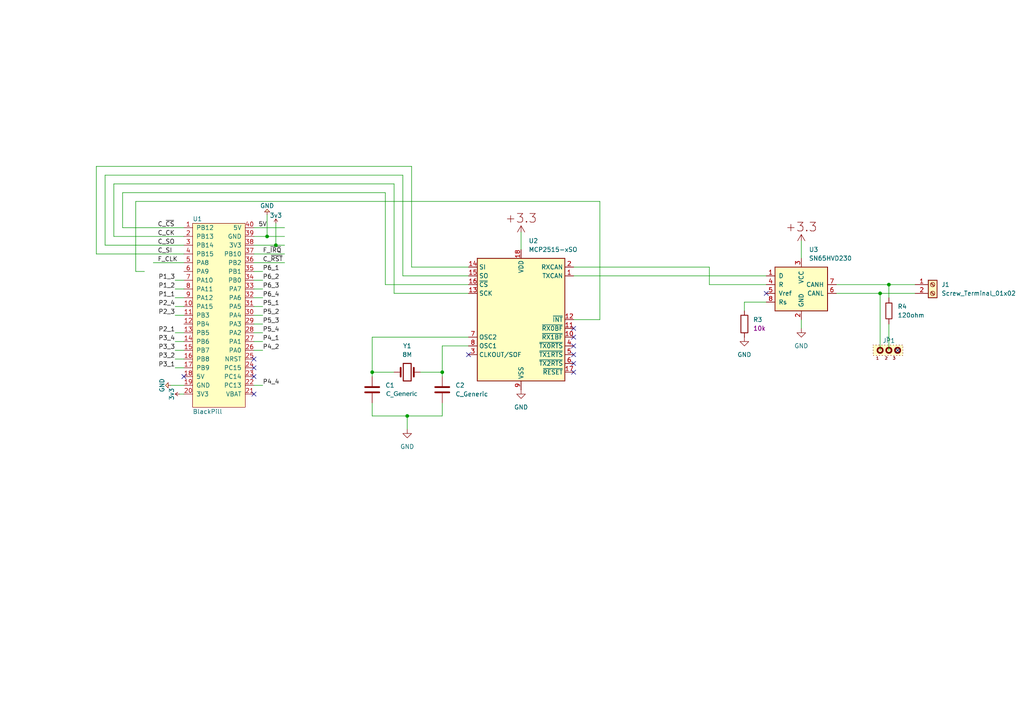
<source format=kicad_sch>
(kicad_sch (version 20231120) (generator "eeschema") (generator_version "8.0")
  (paper "A4")
  (title_block (date "2025-01-29") (rev "STM32-CAN"))
  (lib_symbols
    (symbol "Connector:Screw_Terminal_01x02" (pin_names (offset 1.016) hide)
      (property "Reference" "J" (at 0 2.54 0))
      (property "Value" "Screw_Terminal_01x02" (at 0 -5.08 0))
      (symbol "Screw_Terminal_01x02_1_1"
        (rectangle (start -1.27 1.27) (end 1.27 -3.81) (stroke (width 0.254)) (fill (type background)))
        (circle (center 0 -2.54) (radius 0.635) (stroke (width 0.1524)))
        (polyline (pts (xy -0.5334 -2.2098) (xy 0.3302 -3.048)) (stroke (width 0.1524)))
        (polyline (pts (xy -0.5334 0.3302) (xy 0.3302 -0.508)) (stroke (width 0.1524)))
        (polyline (pts (xy -0.3556 -2.032) (xy 0.508 -2.8702)) (stroke (width 0.1524)))
        (polyline (pts (xy -0.3556 0.508) (xy 0.508 -0.3302)) (stroke (width 0.1524)))
        (circle (center 0 0) (radius 0.635) (stroke (width 0.1524)))
        (pin passive line (at -5.08 0 0) (length 3.81) (name "Pin_1") (number "1"))
        (pin passive line (at -5.08 -2.54 0) (length 3.81) (name "Pin_2") (number "2"))
      )
    )
    (symbol "Device:Crystal" (pin_numbers hide) (pin_names (offset 1.016) hide)
      (property "Reference" "Y" (at 0 3.81 0))
      (property "Value" "Crystal" (at 0 -3.81 0))
      (symbol "Crystal_0_1"
        (rectangle (start -1.143 2.54) (end 1.143 -2.54) (stroke (width 0.3048)))
        (polyline (pts (xy -2.54 0) (xy -1.905 0)))
        (polyline (pts (xy -1.905 -1.27) (xy -1.905 1.27)) (stroke (width 0.508)))
        (polyline (pts (xy 1.905 -1.27) (xy 1.905 1.27)) (stroke (width 0.508)))
        (polyline (pts (xy 2.54 0) (xy 1.905 0)))
      )
      (symbol "Crystal_1_1"
        (pin passive line (at -3.81 0 0) (length 1.27) (name "1") (number "1"))
        (pin passive line (at 3.81 0 180) (length 1.27) (name "2") (number "2"))
      )
    )
    (symbol "GND_1" (power) (pin_numbers hide) (pin_names (offset 0) hide)
      (property "Value" "GND" (at 0 -3.81 0))
      (symbol "GND_1_0_1"
        (polyline (pts (xy 0 0) (xy 0 -1.27) (xy 1.27 -1.27) (xy 0 -2.54) (xy -1.27 -1.27) (xy 0 -1.27)))
      )
      (symbol "GND_1_1_1"
        (pin power_in line (at 0 0 270) (length 0) (name "~") (number "1"))
      )
    )
    (symbol "Interface_CAN_LIN:MCP2515-xSO"
      (property "Reference" "U" (at -10.16 19.685 0))
      (property "Value" "MCP2515-xSO" (at 19.05 20.32 0))
      (symbol "MCP2515-xSO_0_1"
        (rectangle (start -12.7 17.78) (end 12.7 -17.78) (stroke (width 0.254)) (fill (type background)))
      )
      (symbol "MCP2515-xSO_1_1"
        (pin output line (at 15.24 12.7 180) (length 2.54) (name "TXCAN") (number "1"))
        (pin output line (at 15.24 -5.08 180) (length 2.54) (name "~{RX1BF}") (number "10"))
        (pin output line (at 15.24 -2.54 180) (length 2.54) (name "~{RX0BF}") (number "11"))
        (pin output line (at 15.24 0 180) (length 2.54) (name "~{INT}") (number "12"))
        (pin input line (at -15.24 7.62 0) (length 2.54) (name "SCK") (number "13"))
        (pin input line (at -15.24 15.24 0) (length 2.54) (name "SI") (number "14"))
        (pin output line (at -15.24 12.7 0) (length 2.54) (name "SO") (number "15"))
        (pin input line (at -15.24 10.16 0) (length 2.54) (name "~{CS}") (number "16"))
        (pin input line (at 15.24 -15.24 180) (length 2.54) (name "~{RESET}") (number "17"))
        (pin power_in line (at 0 20.32 270) (length 2.54) (name "VDD") (number "18"))
        (pin input line (at 15.24 15.24 180) (length 2.54) (name "RXCAN") (number "2"))
        (pin output line (at -15.24 -10.16 0) (length 2.54) (name "CLKOUT/SOF") (number "3"))
        (pin input line (at 15.24 -7.62 180) (length 2.54) (name "~{TX0RTS}") (number "4"))
        (pin input line (at 15.24 -10.16 180) (length 2.54) (name "~{TX1RTS}") (number "5"))
        (pin input line (at 15.24 -12.7 180) (length 2.54) (name "~{TX2RTS}") (number "6"))
        (pin output line (at -15.24 -5.08 0) (length 2.54) (name "OSC2") (number "7"))
        (pin input line (at -15.24 -7.62 0) (length 2.54) (name "OSC1") (number "8"))
        (pin power_in line (at 0 -20.32 90) (length 2.54) (name "VSS") (number "9"))
      )
    )
    (symbol "Interface_CAN_LIN:SN65HVD230" (pin_names (offset 1.016))
      (property "Reference" "U" (at -2.54 10.16 0))
      (property "Value" "SN65HVD230" (at -2.54 7.62 0))
      (symbol "SN65HVD230_0_1"
        (rectangle (start -7.62 5.08) (end 7.62 -7.62) (stroke (width 0.254)) (fill (type background)))
      )
      (symbol "SN65HVD230_1_1"
        (pin input line (at -10.16 2.54 0) (length 2.54) (name "D") (number "1"))
        (pin power_in line (at 0 -10.16 90) (length 2.54) (name "GND") (number "2"))
        (pin power_in line (at 0 7.62 270) (length 2.54) (name "VCC") (number "3"))
        (pin output line (at -10.16 0 0) (length 2.54) (name "R") (number "4"))
        (pin output line (at -10.16 -2.54 0) (length 2.54) (name "Vref") (number "5"))
        (pin bidirectional line (at 10.16 -2.54 180) (length 2.54) (name "CANL") (number "6"))
        (pin bidirectional line (at 10.16 0 180) (length 2.54) (name "CANH") (number "7"))
        (pin input line (at -10.16 -5.08 0) (length 2.54) (name "Rs") (number "8"))
      )
    )
    (symbol "PCM_4ms_Resistor:10k_0402" (pin_numbers hide) (pin_names (offset 0))
      (property "Reference" "R" (at 2.032 0 90))
      (property "Display" "10k" (at 3.81 0 90))
      (symbol "10k_0402_0_1"
        (rectangle (start -1.016 -2.54) (end 1.016 2.54) (stroke (width 0.254)))
      )
      (symbol "10k_0402_1_1"
        (pin passive line (at 0 3.81 270) (length 1.27) (name "~") (number "1"))
        (pin passive line (at 0 -3.81 90) (length 1.27) (name "~") (number "2"))
      )
    )
    (symbol "PCM_Capacitor_AKL:C_Generic" (pin_numbers hide) (pin_names (offset 0.254))
      (property "Reference" "C" (at 3.175 1.27 0))
      (property "Value" "C_Generic" (at 3.175 -1.27 0))
      (symbol "C_Generic_0_1"
        (polyline (pts (xy -2.032 -0.762) (xy 2.032 -0.762)) (stroke (width 0.508)))
        (polyline (pts (xy -2.032 0.762) (xy 2.032 0.762)) (stroke (width 0.508)))
      )
      (symbol "C_Generic_0_2"
        (polyline (pts (xy -2.54 -2.54) (xy -0.381 -0.381)))
        (polyline (pts (xy -0.508 -0.508) (xy -1.651 0.635)) (stroke (width 0.508)))
        (polyline (pts (xy -0.508 -0.508) (xy 0.635 -1.651)) (stroke (width 0.508)))
        (polyline (pts (xy 0.381 0.381) (xy 2.54 2.54)))
        (polyline (pts (xy 0.508 0.508) (xy -0.635 1.651)) (stroke (width 0.508)))
        (polyline (pts (xy 0.508 0.508) (xy 1.651 -0.635)) (stroke (width 0.508)))
      )
      (symbol "C_Generic_1_1"
        (pin passive line (at 0 3.81 270) (length 2.794) (name "~") (number "1"))
        (pin passive line (at 0 -3.81 90) (length 2.794) (name "~") (number "2"))
      )
      (symbol "C_Generic_1_2"
        (pin passive line (at 2.54 2.54 270) (length 0) (name "~") (number "1"))
        (pin passive line (at -2.54 -2.54 90) (length 0) (name "~") (number "2"))
      )
    )
    (symbol "PCM_Generic:P,+3.3" (power) (pin_numbers hide) (pin_names (offset 1.27) hide)
      (symbol "P,+3.3_1_1"
        (polyline (pts (xy 0 0) (xy 0 1.8288)))
        (polyline (pts (xy -1.0668 0) (xy 0 1.8288) (xy 1.0668 0)))
        (text "+3.3" (at 0 2.54 0) (effects (font (size 2.54 2.54)) (justify bottom)))
        (pin power_in line (at 0 0 0) (length 0) hide (name "+3.3") (number "0"))
      )
    )
    (symbol "PCM_Nuova-Elettronica-Jumpers:Jumper_3_Unbridged" (pin_numbers hide)
      (property "Reference" "JP" (at 0 2.794 0))
      (symbol "Jumper_3_Unbridged_1_1"
        (rectangle (start -4.572 1.524) (end 4.064 -1.524) (stroke (width 0.2) (type dot)) (fill (type background)))
        (circle (center -2.54 0) (radius 0.762) (stroke (width 0.5)))
        (circle (center 0 0) (radius 0.762) (stroke (width 0.5)))
        (circle (center 2.54 0) (radius 0.762) (stroke (width 0.5)))
        (text "1" (at -3.302 -2.286 0) (effects (font (size 0.8 0.8))))
        (text "2" (at -0.762 -2.286 0) (effects (font (size 0.8 0.8))))
        (text "3" (at 1.524 -2.286 0) (effects (font (size 0.8 0.8))))
        (pin passive line (at -2.54 0 0) (length 0) (name "~") (number "1"))
        (pin passive line (at 0 0 180) (length 0) (name "~") (number "2"))
        (pin passive line (at 2.54 0 180) (length 0) (name "~") (number "3"))
      )
    )
    (symbol "PCM_SL_Resistors:120ohm"
      (property "Reference" "R" (at 0 5.08 0))
      (property "Value" "120ohm" (at 0 2.54 0))
      (symbol "120ohm_0_1"
        (rectangle (start -2.286 0.889) (end 2.286 -0.889) (stroke (width 0.24)))
      )
      (symbol "120ohm_1_1"
        (pin passive line (at -3.81 0 0) (length 1.5) (name "") (number "1"))
        (pin passive line (at 3.81 0 180) (length 1.5) (name "~") (number "2"))
      )
    )
    (symbol "blackpill:BlackPill" (pin_names (offset 1.016))
      (property "Reference" "IC" (at -7.62 27.94 0))
      (property "Value" "BlackPill" (at -7.62 -27.94 0))
      (symbol "BlackPill_0_0"
        (pin bidirectional line (at -10.16 25.4 0) (length 2.54) (name "PB12") (number "1"))
        (pin bidirectional line (at -10.16 2.54 0) (length 2.54) (name "PA15") (number "10"))
        (pin bidirectional line (at -10.16 0 0) (length 2.54) (name "PB3") (number "11"))
        (pin bidirectional line (at -10.16 -2.54 0) (length 2.54) (name "PB4") (number "12"))
        (pin bidirectional line (at -10.16 -5.08 0) (length 2.54) (name "PB5") (number "13"))
        (pin bidirectional line (at -10.16 -7.62 0) (length 2.54) (name "PB6") (number "14"))
        (pin bidirectional line (at -10.16 -10.16 0) (length 2.54) (name "PB7") (number "15"))
        (pin bidirectional line (at -10.16 -12.7 0) (length 2.54) (name "PB8") (number "16"))
        (pin bidirectional line (at -10.16 -15.24 0) (length 2.54) (name "PB9") (number "17"))
        (pin passive line (at -10.16 -17.78 0) (length 2.54) (name "5V") (number "18"))
        (pin passive line (at -10.16 -20.32 0) (length 2.54) (name "GND") (number "19"))
        (pin bidirectional line (at -10.16 22.86 0) (length 2.54) (name "PB13") (number "2"))
        (pin passive line (at -10.16 -22.86 0) (length 2.54) (name "3V3") (number "20"))
        (pin power_in line (at 10.16 -22.86 180) (length 2.54) (name "VBAT") (number "21"))
        (pin bidirectional line (at 10.16 -20.32 180) (length 2.54) (name "PC13") (number "22"))
        (pin bidirectional line (at 10.16 -17.78 180) (length 2.54) (name "PC14") (number "23"))
        (pin bidirectional line (at 10.16 -15.24 180) (length 2.54) (name "PC15") (number "24"))
        (pin input line (at 10.16 -12.7 180) (length 2.54) (name "NRST") (number "25"))
        (pin bidirectional line (at 10.16 -10.16 180) (length 2.54) (name "PA0") (number "26"))
        (pin bidirectional line (at 10.16 -7.62 180) (length 2.54) (name "PA1") (number "27"))
        (pin bidirectional line (at 10.16 -5.08 180) (length 2.54) (name "PA2") (number "28"))
        (pin bidirectional line (at 10.16 -2.54 180) (length 2.54) (name "PA3") (number "29"))
        (pin bidirectional line (at -10.16 20.32 0) (length 2.54) (name "PB14") (number "3"))
        (pin bidirectional line (at 10.16 0 180) (length 2.54) (name "PA4") (number "30"))
        (pin bidirectional line (at 10.16 2.54 180) (length 2.54) (name "PA5") (number "31"))
        (pin bidirectional line (at 10.16 5.08 180) (length 2.54) (name "PA6") (number "32"))
        (pin bidirectional line (at 10.16 7.62 180) (length 2.54) (name "PA7") (number "33"))
        (pin bidirectional line (at 10.16 10.16 180) (length 2.54) (name "PB0") (number "34"))
        (pin bidirectional line (at 10.16 12.7 180) (length 2.54) (name "PB1") (number "35"))
        (pin bidirectional line (at 10.16 15.24 180) (length 2.54) (name "PB2") (number "36"))
        (pin bidirectional line (at 10.16 17.78 180) (length 2.54) (name "PB10") (number "37"))
        (pin power_out line (at 10.16 20.32 180) (length 2.54) (name "3V3") (number "38"))
        (pin power_out line (at 10.16 22.86 180) (length 2.54) (name "GND") (number "39"))
        (pin bidirectional line (at -10.16 17.78 0) (length 2.54) (name "PB15") (number "4"))
        (pin passive line (at 10.16 25.4 180) (length 2.54) (name "5V") (number "40"))
        (pin bidirectional line (at -10.16 15.24 0) (length 2.54) (name "PA8") (number "5"))
        (pin bidirectional line (at -10.16 12.7 0) (length 2.54) (name "PA9") (number "6"))
        (pin bidirectional line (at -10.16 10.16 0) (length 2.54) (name "PA10") (number "7"))
        (pin bidirectional line (at -10.16 7.62 0) (length 2.54) (name "PA11") (number "8"))
        (pin bidirectional line (at -10.16 5.08 0) (length 2.54) (name "PA12") (number "9"))
      )
      (symbol "BlackPill_0_1"
        (rectangle (start -7.62 26.67) (end 7.62 -26.67) (fill (type background)))
      )
    )
    (symbol "power:3v3" (power) (pin_numbers hide) (pin_names (offset 1.016) hide)
      (property "Value" "3v3" (at 0 2.286 0))
      (symbol "3v3_0_1"
        (polyline (pts (xy 0 1.27) (xy 0.508 0.508)))
        (polyline (pts (xy 0 0) (xy 0 1.27) (xy -0.508 0.508)))
      )
      (symbol "3v3_1_1"
        (pin power_in line (at 0 0 180) (length 0) hide (name "3v3") (number "1"))
      )
    )
    (symbol "power:GND" (power) (pin_numbers hide) (pin_names (offset 1.016) hide)
      (property "Value" "GND" (at 0 -2.54 0))
      (symbol "GND_0_1"
        (polyline (pts (xy 0 0) (xy 0 -0.762)))
        (polyline (pts (xy -0.762 -0.762) (xy 0.762 -0.762) (xy 0 -1.524) (xy -0.762 -0.762)) (fill (type background)))
      )
      (symbol "GND_1_1"
        (pin power_in line (at 0 0 180) (length 0) hide (name "GND") (number "1"))
      )
    )
  )
  (junction (at 128.27 107.95))
  (junction (at 107.95 107.95))
  (junction (at 80.01 71.12))
  (junction (at 255.27 85.09))
  (junction (at 118.11 120.65))
  (junction (at 257.81 82.55))
  (junction (at 77.47 68.58))
  (no_connect (at 166.37 107.95))
  (no_connect (at 166.37 97.79))
  (no_connect (at 166.37 105.41))
  (no_connect (at 73.66 104.14))
  (no_connect (at 73.66 114.3))
  (no_connect (at 166.37 102.87))
  (no_connect (at 73.66 109.22))
  (no_connect (at 135.89 102.87))
  (no_connect (at 166.37 100.33))
  (no_connect (at 166.37 95.25))
  (no_connect (at 260.35 101.6))
  (no_connect (at 73.66 106.68))
  (no_connect (at 53.34 109.22))
  (no_connect (at 222.25 85.09))
  (wire (pts (xy 116.84 80.01) (xy 116.84 50.8)))
  (wire (pts (xy 173.99 92.71) (xy 173.99 58.42)))
  (wire (pts (xy 119.38 48.26) (xy 119.38 77.47)))
  (wire (pts (xy 27.94 73.66) (xy 53.34 73.66)))
  (wire (pts (xy 80.01 64.77) (xy 80.01 71.12)))
  (wire (pts (xy 166.37 80.01) (xy 222.25 80.01)))
  (wire (pts (xy 35.56 66.04) (xy 35.56 55.88)))
  (wire (pts (xy 107.95 97.79) (xy 135.89 97.79)))
  (wire (pts (xy 73.66 88.9) (xy 76.2 88.9)))
  (wire (pts (xy 135.89 80.01) (xy 116.84 80.01)))
  (wire (pts (xy 128.27 120.65) (xy 128.27 116.84)))
  (wire (pts (xy 166.37 77.47) (xy 205.74 77.47)))
  (wire (pts (xy 242.57 82.55) (xy 257.81 82.55)))
  (wire (pts (xy 39.37 58.42) (xy 39.37 78.74)))
  (wire (pts (xy 135.89 100.33) (xy 128.27 100.33)))
  (wire (pts (xy 53.34 111.76) (xy 49.53 111.76)))
  (wire (pts (xy 118.11 120.65) (xy 128.27 120.65)))
  (wire (pts (xy 27.94 73.66) (xy 27.94 48.26)))
  (wire (pts (xy 107.95 116.84) (xy 107.95 120.65)))
  (wire (pts (xy 27.94 48.26) (xy 119.38 48.26)))
  (wire (pts (xy 257.81 82.55) (xy 265.43 82.55)))
  (wire (pts (xy 151.13 67.31) (xy 151.13 72.39)))
  (wire (pts (xy 255.27 85.09) (xy 265.43 85.09)))
  (wire (pts (xy 73.66 86.36) (xy 76.2 86.36)))
  (wire (pts (xy 215.9 90.17) (xy 215.9 87.63)))
  (wire (pts (xy 73.66 68.58) (xy 77.47 68.58)))
  (wire (pts (xy 119.38 77.47) (xy 135.89 77.47)))
  (wire (pts (xy 50.8 91.44) (xy 53.34 91.44)))
  (wire (pts (xy 111.76 82.55) (xy 135.89 82.55)))
  (wire (pts (xy 50.8 99.06) (xy 53.34 99.06)))
  (wire (pts (xy 107.95 107.95) (xy 107.95 97.79)))
  (wire (pts (xy 257.81 82.55) (xy 257.81 86.36)))
  (wire (pts (xy 30.48 71.12) (xy 53.34 71.12)))
  (wire (pts (xy 50.8 101.6) (xy 53.34 101.6)))
  (wire (pts (xy 173.99 58.42) (xy 39.37 58.42)))
  (wire (pts (xy 50.8 106.68) (xy 53.34 106.68)))
  (wire (pts (xy 114.3 53.34) (xy 114.3 85.09)))
  (wire (pts (xy 33.02 68.58) (xy 53.34 68.58)))
  (wire (pts (xy 114.3 85.09) (xy 135.89 85.09)))
  (wire (pts (xy 73.66 73.66) (xy 82.55 73.66)))
  (wire (pts (xy 50.8 86.36) (xy 53.34 86.36)))
  (wire (pts (xy 107.95 109.22) (xy 107.95 107.95)))
  (wire (pts (xy 215.9 87.63) (xy 222.25 87.63)))
  (wire (pts (xy 80.01 71.12) (xy 82.55 71.12)))
  (wire (pts (xy 111.76 55.88) (xy 111.76 82.55)))
  (wire (pts (xy 73.66 78.74) (xy 76.2 78.74)))
  (wire (pts (xy 73.66 71.12) (xy 80.01 71.12)))
  (wire (pts (xy 107.95 107.95) (xy 114.3 107.95)))
  (wire (pts (xy 39.37 78.74) (xy 41.91 78.74)))
  (wire (pts (xy 50.8 104.14) (xy 53.34 104.14)))
  (wire (pts (xy 255.27 85.09) (xy 255.27 101.6)))
  (wire (pts (xy 30.48 50.8) (xy 30.48 71.12)))
  (wire (pts (xy 73.66 101.6) (xy 76.2 101.6)))
  (wire (pts (xy 128.27 100.33) (xy 128.27 107.95)))
  (wire (pts (xy 118.11 120.65) (xy 118.11 124.46)))
  (wire (pts (xy 77.47 62.23) (xy 77.47 68.58)))
  (wire (pts (xy 50.8 96.52) (xy 53.34 96.52)))
  (wire (pts (xy 107.95 120.65) (xy 118.11 120.65)))
  (wire (pts (xy 73.66 66.04) (xy 82.55 66.04)))
  (wire (pts (xy 33.02 53.34) (xy 114.3 53.34)))
  (wire (pts (xy 242.57 85.09) (xy 255.27 85.09)))
  (wire (pts (xy 50.8 83.82) (xy 53.34 83.82)))
  (wire (pts (xy 257.81 93.98) (xy 257.81 101.6)))
  (wire (pts (xy 232.41 69.85) (xy 232.41 74.93)))
  (wire (pts (xy 50.8 88.9) (xy 53.34 88.9)))
  (wire (pts (xy 76.2 111.76) (xy 73.66 111.76)))
  (wire (pts (xy 73.66 96.52) (xy 76.2 96.52)))
  (wire (pts (xy 35.56 66.04) (xy 53.34 66.04)))
  (wire (pts (xy 52.07 114.3) (xy 53.34 114.3)))
  (wire (pts (xy 73.66 99.06) (xy 76.2 99.06)))
  (wire (pts (xy 33.02 68.58) (xy 33.02 53.34)))
  (wire (pts (xy 35.56 55.88) (xy 111.76 55.88)))
  (wire (pts (xy 121.92 107.95) (xy 128.27 107.95)))
  (wire (pts (xy 50.8 81.28) (xy 53.34 81.28)))
  (wire (pts (xy 205.74 82.55) (xy 222.25 82.55)))
  (wire (pts (xy 232.41 92.71) (xy 232.41 95.25)))
  (wire (pts (xy 73.66 91.44) (xy 76.2 91.44)))
  (wire (pts (xy 205.74 77.47) (xy 205.74 82.55)))
  (wire (pts (xy 116.84 50.8) (xy 30.48 50.8)))
  (wire (pts (xy 73.66 81.28) (xy 76.2 81.28)))
  (wire (pts (xy 73.66 76.2) (xy 82.55 76.2)))
  (wire (pts (xy 77.47 68.58) (xy 82.55 68.58)))
  (wire (pts (xy 73.66 83.82) (xy 76.2 83.82)))
  (wire (pts (xy 44.45 76.2) (xy 53.34 76.2)))
  (wire (pts (xy 73.66 93.98) (xy 76.2 93.98)))
  (wire (pts (xy 166.37 92.71) (xy 173.99 92.71)))
  (wire (pts (xy 128.27 107.95) (xy 128.27 109.22)))
  (label "C_~{CS}" (at 45.72 66.04 0))
  (label "P5_1" (at 76.2 88.9 0))
  (label "P2_3" (at 50.8 91.44 180))
  (label "P5_2" (at 76.2 91.44 0))
  (label "P5_4" (at 76.2 96.52 0))
  (label "C_SO" (at 45.72 71.12 0))
  (label "P1_1" (at 50.8 86.36 180))
  (label "C_CK" (at 45.72 68.58 0))
  (label "P3_3" (at 50.8 101.6 180))
  (label "P4_2" (at 76.2 101.6 0))
  (label "P6_3" (at 76.2 83.82 0))
  (label "F_~{IRQ}" (at 76.2 73.66 0))
  (label "P2_4" (at 50.8 88.9 180))
  (label "F_CLK" (at 45.72 76.2 0))
  (label "P3_4" (at 50.8 99.06 180))
  (label "5V" (at 74.93 66.04 0))
  (label "P4_4" (at 76.2 111.76 0))
  (label "P6_1" (at 76.2 78.74 0))
  (label "P3_2" (at 50.8 104.14 180))
  (label "C_SI" (at 45.72 73.66 0))
  (label "P1_3" (at 50.8 81.28 180))
  (label "P5_3" (at 76.2 93.98 0))
  (label "P2_1" (at 50.8 96.52 180))
  (label "C_~{RST}" (at 76.2 76.2 0))
  (label "P4_1" (at 76.2 99.06 0))
  (label "P6_2" (at 76.2 81.28 0))
  (label "P6_4" (at 76.2 86.36 0))
  (label "P1_2" (at 50.8 83.82 180))
  (label "P3_1" (at 50.8 106.68 180))
  (symbol (lib_id "PCM_Capacitor_AKL:C_Generic") (at 128.27 113.03 0) (unit 1)
    (property "Reference" "C2" (at 132.08 111.7599 0) (effects (justify left)))
    (property "Value" "C_Generic" (at 132.08 114.2999 0) (effects (justify left)))
    (property "Description" "Unpolarized capacitor, Generic Symbol, Alternate KiCad Library" (effects (hide yes)))
  )
  (symbol (lib_id "PCM_4ms_Resistor:10k_0402") (at 215.9 93.98 0) (unit 1)
    (property "Reference" "R3" (at 218.44 92.7099 0) (effects (justify left)))
    (property "Value" "10k_0402" (effects (hide yes)))
    (property "Footprint" "Resistor_SMD:R_0402_1005Metric" (effects (hide yes)))
    (property "Description" "10k, 1%, 1/16W, 0603" (effects (hide yes)))
    (property "Specifications" "10k, 1%, 1/10W, 0402" (effects (hide yes)))
    (property "Manufacturer" "Yageo" (effects (hide yes)))
    (property "Part Number" "RT0402FRE0710KL" (effects (hide yes)))
    (property "Display" "10k" (at 218.44 95.2499 0) (effects (justify left)))
    (property "Manufacturer 2" "Yageo" (effects (hide yes)))
    (property "Part Number 2" "RT0402DRE0710KL" (effects (hide yes)))
  )
  (symbol (lib_id "Device:Crystal") (at 118.11 107.95 0) (unit 1)
    (property "Reference" "Y1" (at 118.11 100.33 0))
    (property "Value" "8M" (at 118.11 102.87 0))
    (property "Description" "Two pin crystal" (effects (hide yes)))
  )
  (symbol (lib_id "PCM_SL_Resistors:120ohm") (at 257.81 90.17 90) (unit 1)
    (property "Reference" "R4" (at 260.35 88.8999 90) (effects (justify right)))
    (property "Value" "120ohm" (at 260.35 91.4399 90) (effects (justify right)))
    (property "Footprint" "Resistor_THT:R_Axial_DIN0207_L6.3mm_D2.5mm_P10.16mm_Horizontal" (effects (hide yes)))
    (property "Description" "120Ω, 1/4W Resistor" (effects (hide yes)))
  )
  (symbol (lib_name "GND_1") (lib_id "power:GND") (at 151.13 113.03 0) (unit 1)
    (property "Reference" "#PWR05" (effects (hide yes)))
    (property "Value" "GND" (at 151.13 118.11 0))
    (property "Description" "Power symbol creates a global label with name \"GND\" , ground" (effects (hide yes)))
  )
  (symbol (lib_id "PCM_Capacitor_AKL:C_Generic") (at 107.95 113.03 0) (unit 1)
    (property "Reference" "C1" (at 111.76 111.7599 0) (effects (justify left)))
    (property "Value" "C_Generic" (at 111.76 114.2999 0) (effects (justify left)))
    (property "Description" "Unpolarized capacitor, Generic Symbol, Alternate KiCad Library" (effects (hide yes)))
  )
  (symbol (lib_id "Interface_CAN_LIN:MCP2515-xSO") (at 151.13 92.71 0) (unit 1)
    (property "Reference" "U2" (at 153.3241 69.85 0) (effects (justify left)))
    (property "Value" "MCP2515-xSO" (at 153.3241 72.39 0) (effects (justify left)))
    (property "Footprint" "Package_SO:SOIC-18W_7.5x11.6mm_P1.27mm" (effects (hide yes)))
    (property "Datasheet" "http://ww1.microchip.com/downloads/en/DeviceDoc/21801e.pdf" (effects (hide yes)))
    (property "Description" "Stand-Alone CAN Controller with SPI Interface, SOIC-18" (effects (hide yes)))
  )
  (symbol (lib_id "power:GND") (at 77.47 62.23 180) (unit 1)
    (property "Reference" "#PWR03" (effects (hide yes)))
    (property "Value" "GND" (at 77.47 59.69 0))
  )
  (symbol (lib_id "power:3v3") (at 80.01 64.77 0) (unit 1)
    (property "Reference" "#PWR04" (effects (hide yes)))
    (property "Value" "3v3" (at 80.01 62.484 0))
  )
  (symbol (lib_id "Connector:Screw_Terminal_01x02") (at 270.51 82.55 0) (unit 1)
    (property "Reference" "J1" (at 273.05 82.5499 0) (effects (justify left)))
    (property "Value" "Screw_Terminal_01x02" (at 273.05 85.0899 0) (effects (justify left)))
    (property "Description" "Generic screw terminal, single row, 01x02, script generated (kicad-library-utils/schlib/autogen/connector/)" (effects (hide yes)))
  )
  (symbol (lib_name "GND_1") (lib_id "power:GND") (at 215.9 97.79 0) (unit 1)
    (property "Reference" "#PWR08" (effects (hide yes)))
    (property "Value" "GND" (at 215.9 102.87 0))
    (property "Description" "Power symbol creates a global label with name \"GND\" , ground" (effects (hide yes)))
  )
  (symbol (lib_id "Interface_CAN_LIN:SN65HVD230") (at 232.41 82.55 0) (unit 1)
    (property "Reference" "U3" (at 234.6041 72.39 0) (effects (justify left)))
    (property "Value" "SN65HVD230" (at 234.6041 74.93 0) (effects (justify left)))
    (property "Footprint" "Package_SO:SOIC-8_3.9x4.9mm_P1.27mm" (effects (hide yes)))
    (property "Datasheet" "http://www.ti.com/lit/ds/symlink/sn65hvd230.pdf" (effects (hide yes)))
    (property "Description" "CAN Bus Transceivers, 3.3V, 1Mbps, Low-Power capabilities, SOIC-8" (effects (hide yes)))
  )
  (symbol (lib_name "GND_1") (lib_id "power:GND") (at 118.11 124.46 0) (unit 1)
    (property "Reference" "#PWR07" (effects (hide yes)))
    (property "Value" "GND" (at 118.11 129.54 0))
    (property "Description" "Power symbol creates a global label with name \"GND\" , ground" (effects (hide yes)))
  )
  (symbol (lib_id "PCM_Generic:P,+3.3") (at 151.13 67.31 0) (unit 1)
    (property "Reference" "#PWR06" (effects (hide yes)))
    (property "Value" "P,+3.3" (effects (hide yes)))
    (property "Description" "+3.3 positive potential/voltage (global DC power supply node)" (effects (hide yes)))
  )
  (symbol (lib_id "blackpill:BlackPill") (at 63.5 91.44 0) (unit 1)
    (property "Reference" "U1" (at 55.88 63.5 0) (effects (justify left)))
    (property "Value" "BlackPill" (at 55.88 119.38 0) (effects (justify left)))
    (property "Footprint" "icepill:BlackPill" (effects (hide yes)))
  )
  (symbol (lib_id "power:GND") (at 49.53 111.76 270) (unit 1)
    (property "Reference" "#PWR01" (effects (hide yes)))
    (property "Value" "GND" (at 46.99 111.76 0))
  )
  (symbol (lib_id "power:3v3") (at 52.07 114.3 90) (unit 1)
    (property "Reference" "#PWR02" (effects (hide yes)))
    (property "Value" "3v3" (at 49.784 114.3 0))
  )
  (symbol (lib_id "PCM_Nuova-Elettronica-Jumpers:Jumper_3_Unbridged") (at 257.81 101.6 0) (unit 1)
    (property "Reference" "JP1" (at 257.81 98.806 0))
    (property "Value" "~" (at 257.556 97.79 0))
  )
  (symbol (lib_id "PCM_Generic:P,+3.3") (at 232.41 69.85 0) (unit 1)
    (property "Reference" "#PWR012" (effects (hide yes)))
    (property "Value" "P,+3.3" (effects (hide yes)))
    (property "Description" "+3.3 positive potential/voltage (global DC power supply node)" (effects (hide yes)))
  )
  (symbol (lib_name "GND_1") (lib_id "power:GND") (at 232.41 95.25 0) (unit 1)
    (property "Reference" "#PWR09" (effects (hide yes)))
    (property "Value" "GND" (at 232.41 100.33 0))
    (property "Description" "Power symbol creates a global label with name \"GND\" , ground" (effects (hide yes)))
  )
)
</source>
